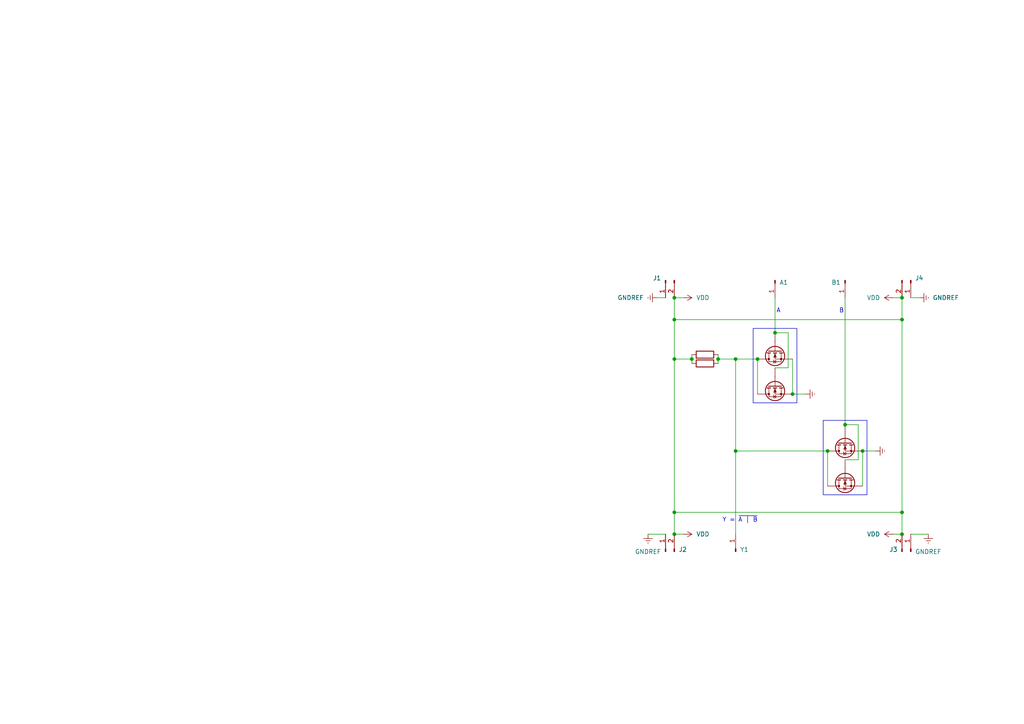
<source format=kicad_sch>
(kicad_sch
	(version 20250114)
	(generator "eeschema")
	(generator_version "9.0")
	(uuid "38b61d3a-980d-41e9-90d9-6607b9c2b652")
	(paper "A4")
	(title_block
		(title "NAND")
		(rev "1.0")
		(company "Cyborg Systems")
		(comment 1 "BlueChip")
	)
	(lib_symbols
		(symbol "2N7000_5"
			(pin_numbers
				(hide yes)
			)
			(pin_names
				(hide yes)
			)
			(exclude_from_sim no)
			(in_bom yes)
			(on_board yes)
			(property "Reference" "Q"
				(at 5.08 1.905 0)
				(effects
					(font
						(size 1.27 1.27)
					)
					(justify left)
				)
			)
			(property "Value" "2N7000"
				(at 5.08 0 0)
				(effects
					(font
						(size 1.27 1.27)
					)
					(justify left)
				)
			)
			(property "Footprint" "Package_TO_SOT_THT:TO-92_Inline"
				(at 5.08 -1.905 0)
				(effects
					(font
						(size 1.27 1.27)
						(italic yes)
					)
					(justify left)
					(hide yes)
				)
			)
			(property "Datasheet" "https://www.vishay.com/docs/70226/70226.pdf"
				(at 5.08 -3.81 0)
				(effects
					(font
						(size 1.27 1.27)
					)
					(justify left)
					(hide yes)
				)
			)
			(property "Description" "0.2A Id, 200V Vds, N-Channel MOSFET, 2.6V Logic Level, TO-92"
				(at 0 0 0)
				(effects
					(font
						(size 1.27 1.27)
					)
					(hide yes)
				)
			)
			(property "ki_keywords" "N-Channel MOSFET Logic-Level"
				(at 0 0 0)
				(effects
					(font
						(size 1.27 1.27)
					)
					(hide yes)
				)
			)
			(property "ki_fp_filters" "TO?92*"
				(at 0 0 0)
				(effects
					(font
						(size 1.27 1.27)
					)
					(hide yes)
				)
			)
			(symbol "2N7000_5_0_1"
				(polyline
					(pts
						(xy 0.254 1.905) (xy 0.254 -1.905)
					)
					(stroke
						(width 0.254)
						(type default)
					)
					(fill
						(type none)
					)
				)
				(polyline
					(pts
						(xy 0.254 0) (xy -2.54 0)
					)
					(stroke
						(width 0)
						(type default)
					)
					(fill
						(type none)
					)
				)
				(polyline
					(pts
						(xy 0.762 2.286) (xy 0.762 1.27)
					)
					(stroke
						(width 0.254)
						(type default)
					)
					(fill
						(type none)
					)
				)
				(polyline
					(pts
						(xy 0.762 0.508) (xy 0.762 -0.508)
					)
					(stroke
						(width 0.254)
						(type default)
					)
					(fill
						(type none)
					)
				)
				(polyline
					(pts
						(xy 0.762 -1.27) (xy 0.762 -2.286)
					)
					(stroke
						(width 0.254)
						(type default)
					)
					(fill
						(type none)
					)
				)
				(polyline
					(pts
						(xy 0.762 -1.778) (xy 3.302 -1.778) (xy 3.302 1.778) (xy 0.762 1.778)
					)
					(stroke
						(width 0)
						(type default)
					)
					(fill
						(type none)
					)
				)
				(polyline
					(pts
						(xy 1.016 0) (xy 2.032 0.381) (xy 2.032 -0.381) (xy 1.016 0)
					)
					(stroke
						(width 0)
						(type default)
					)
					(fill
						(type outline)
					)
				)
				(circle
					(center 1.651 0)
					(radius 2.794)
					(stroke
						(width 0.254)
						(type default)
					)
					(fill
						(type none)
					)
				)
				(polyline
					(pts
						(xy 2.54 2.54) (xy 2.54 1.778)
					)
					(stroke
						(width 0)
						(type default)
					)
					(fill
						(type none)
					)
				)
				(circle
					(center 2.54 1.778)
					(radius 0.254)
					(stroke
						(width 0)
						(type default)
					)
					(fill
						(type outline)
					)
				)
				(circle
					(center 2.54 -1.778)
					(radius 0.254)
					(stroke
						(width 0)
						(type default)
					)
					(fill
						(type outline)
					)
				)
				(polyline
					(pts
						(xy 2.54 -2.54) (xy 2.54 0) (xy 0.762 0)
					)
					(stroke
						(width 0)
						(type default)
					)
					(fill
						(type none)
					)
				)
				(polyline
					(pts
						(xy 2.794 0.508) (xy 2.921 0.381) (xy 3.683 0.381) (xy 3.81 0.254)
					)
					(stroke
						(width 0)
						(type default)
					)
					(fill
						(type none)
					)
				)
				(polyline
					(pts
						(xy 3.302 0.381) (xy 2.921 -0.254) (xy 3.683 -0.254) (xy 3.302 0.381)
					)
					(stroke
						(width 0)
						(type default)
					)
					(fill
						(type none)
					)
				)
			)
			(symbol "2N7000_5_1_1"
				(pin input line
					(at -5.08 0 0)
					(length 2.54)
					(name "G"
						(effects
							(font
								(size 1.27 1.27)
							)
						)
					)
					(number "2"
						(effects
							(font
								(size 1.27 1.27)
							)
						)
					)
				)
				(pin passive line
					(at 2.54 5.08 270)
					(length 2.54)
					(name "D"
						(effects
							(font
								(size 1.27 1.27)
							)
						)
					)
					(number "3"
						(effects
							(font
								(size 1.27 1.27)
							)
						)
					)
				)
				(pin passive line
					(at 2.54 -5.08 90)
					(length 2.54)
					(name "S"
						(effects
							(font
								(size 1.27 1.27)
							)
						)
					)
					(number "1"
						(effects
							(font
								(size 1.27 1.27)
							)
						)
					)
				)
			)
			(embedded_fonts no)
		)
		(symbol "2N7000_6"
			(pin_numbers
				(hide yes)
			)
			(pin_names
				(hide yes)
			)
			(exclude_from_sim no)
			(in_bom yes)
			(on_board yes)
			(property "Reference" "Q"
				(at 5.08 1.905 0)
				(effects
					(font
						(size 1.27 1.27)
					)
					(justify left)
				)
			)
			(property "Value" "2N7000"
				(at 5.08 0 0)
				(effects
					(font
						(size 1.27 1.27)
					)
					(justify left)
				)
			)
			(property "Footprint" "Package_TO_SOT_THT:TO-92_Inline"
				(at 5.08 -1.905 0)
				(effects
					(font
						(size 1.27 1.27)
						(italic yes)
					)
					(justify left)
					(hide yes)
				)
			)
			(property "Datasheet" "https://www.vishay.com/docs/70226/70226.pdf"
				(at 5.08 -3.81 0)
				(effects
					(font
						(size 1.27 1.27)
					)
					(justify left)
					(hide yes)
				)
			)
			(property "Description" "0.2A Id, 200V Vds, N-Channel MOSFET, 2.6V Logic Level, TO-92"
				(at 0 0 0)
				(effects
					(font
						(size 1.27 1.27)
					)
					(hide yes)
				)
			)
			(property "ki_keywords" "N-Channel MOSFET Logic-Level"
				(at 0 0 0)
				(effects
					(font
						(size 1.27 1.27)
					)
					(hide yes)
				)
			)
			(property "ki_fp_filters" "TO?92*"
				(at 0 0 0)
				(effects
					(font
						(size 1.27 1.27)
					)
					(hide yes)
				)
			)
			(symbol "2N7000_6_0_1"
				(polyline
					(pts
						(xy 0.254 1.905) (xy 0.254 -1.905)
					)
					(stroke
						(width 0.254)
						(type default)
					)
					(fill
						(type none)
					)
				)
				(polyline
					(pts
						(xy 0.254 0) (xy -2.54 0)
					)
					(stroke
						(width 0)
						(type default)
					)
					(fill
						(type none)
					)
				)
				(polyline
					(pts
						(xy 0.762 2.286) (xy 0.762 1.27)
					)
					(stroke
						(width 0.254)
						(type default)
					)
					(fill
						(type none)
					)
				)
				(polyline
					(pts
						(xy 0.762 0.508) (xy 0.762 -0.508)
					)
					(stroke
						(width 0.254)
						(type default)
					)
					(fill
						(type none)
					)
				)
				(polyline
					(pts
						(xy 0.762 -1.27) (xy 0.762 -2.286)
					)
					(stroke
						(width 0.254)
						(type default)
					)
					(fill
						(type none)
					)
				)
				(polyline
					(pts
						(xy 0.762 -1.778) (xy 3.302 -1.778) (xy 3.302 1.778) (xy 0.762 1.778)
					)
					(stroke
						(width 0)
						(type default)
					)
					(fill
						(type none)
					)
				)
				(polyline
					(pts
						(xy 1.016 0) (xy 2.032 0.381) (xy 2.032 -0.381) (xy 1.016 0)
					)
					(stroke
						(width 0)
						(type default)
					)
					(fill
						(type outline)
					)
				)
				(circle
					(center 1.651 0)
					(radius 2.794)
					(stroke
						(width 0.254)
						(type default)
					)
					(fill
						(type none)
					)
				)
				(polyline
					(pts
						(xy 2.54 2.54) (xy 2.54 1.778)
					)
					(stroke
						(width 0)
						(type default)
					)
					(fill
						(type none)
					)
				)
				(circle
					(center 2.54 1.778)
					(radius 0.254)
					(stroke
						(width 0)
						(type default)
					)
					(fill
						(type outline)
					)
				)
				(circle
					(center 2.54 -1.778)
					(radius 0.254)
					(stroke
						(width 0)
						(type default)
					)
					(fill
						(type outline)
					)
				)
				(polyline
					(pts
						(xy 2.54 -2.54) (xy 2.54 0) (xy 0.762 0)
					)
					(stroke
						(width 0)
						(type default)
					)
					(fill
						(type none)
					)
				)
				(polyline
					(pts
						(xy 2.794 0.508) (xy 2.921 0.381) (xy 3.683 0.381) (xy 3.81 0.254)
					)
					(stroke
						(width 0)
						(type default)
					)
					(fill
						(type none)
					)
				)
				(polyline
					(pts
						(xy 3.302 0.381) (xy 2.921 -0.254) (xy 3.683 -0.254) (xy 3.302 0.381)
					)
					(stroke
						(width 0)
						(type default)
					)
					(fill
						(type none)
					)
				)
			)
			(symbol "2N7000_6_1_1"
				(pin input line
					(at -5.08 0 0)
					(length 2.54)
					(name "G"
						(effects
							(font
								(size 1.27 1.27)
							)
						)
					)
					(number "2"
						(effects
							(font
								(size 1.27 1.27)
							)
						)
					)
				)
				(pin passive line
					(at 2.54 5.08 270)
					(length 2.54)
					(name "D"
						(effects
							(font
								(size 1.27 1.27)
							)
						)
					)
					(number "3"
						(effects
							(font
								(size 1.27 1.27)
							)
						)
					)
				)
				(pin passive line
					(at 2.54 -5.08 90)
					(length 2.54)
					(name "S"
						(effects
							(font
								(size 1.27 1.27)
							)
						)
					)
					(number "1"
						(effects
							(font
								(size 1.27 1.27)
							)
						)
					)
				)
			)
			(embedded_fonts no)
		)
		(symbol "2N7000_7"
			(pin_numbers
				(hide yes)
			)
			(pin_names
				(hide yes)
			)
			(exclude_from_sim no)
			(in_bom yes)
			(on_board yes)
			(property "Reference" "Q"
				(at 5.08 1.905 0)
				(effects
					(font
						(size 1.27 1.27)
					)
					(justify left)
				)
			)
			(property "Value" "2N7000"
				(at 5.08 0 0)
				(effects
					(font
						(size 1.27 1.27)
					)
					(justify left)
				)
			)
			(property "Footprint" "Package_TO_SOT_THT:TO-92_Inline"
				(at 5.08 -1.905 0)
				(effects
					(font
						(size 1.27 1.27)
						(italic yes)
					)
					(justify left)
					(hide yes)
				)
			)
			(property "Datasheet" "https://www.vishay.com/docs/70226/70226.pdf"
				(at 5.08 -3.81 0)
				(effects
					(font
						(size 1.27 1.27)
					)
					(justify left)
					(hide yes)
				)
			)
			(property "Description" "0.2A Id, 200V Vds, N-Channel MOSFET, 2.6V Logic Level, TO-92"
				(at 0 0 0)
				(effects
					(font
						(size 1.27 1.27)
					)
					(hide yes)
				)
			)
			(property "ki_keywords" "N-Channel MOSFET Logic-Level"
				(at 0 0 0)
				(effects
					(font
						(size 1.27 1.27)
					)
					(hide yes)
				)
			)
			(property "ki_fp_filters" "TO?92*"
				(at 0 0 0)
				(effects
					(font
						(size 1.27 1.27)
					)
					(hide yes)
				)
			)
			(symbol "2N7000_7_0_1"
				(polyline
					(pts
						(xy 0.254 1.905) (xy 0.254 -1.905)
					)
					(stroke
						(width 0.254)
						(type default)
					)
					(fill
						(type none)
					)
				)
				(polyline
					(pts
						(xy 0.254 0) (xy -2.54 0)
					)
					(stroke
						(width 0)
						(type default)
					)
					(fill
						(type none)
					)
				)
				(polyline
					(pts
						(xy 0.762 2.286) (xy 0.762 1.27)
					)
					(stroke
						(width 0.254)
						(type default)
					)
					(fill
						(type none)
					)
				)
				(polyline
					(pts
						(xy 0.762 0.508) (xy 0.762 -0.508)
					)
					(stroke
						(width 0.254)
						(type default)
					)
					(fill
						(type none)
					)
				)
				(polyline
					(pts
						(xy 0.762 -1.27) (xy 0.762 -2.286)
					)
					(stroke
						(width 0.254)
						(type default)
					)
					(fill
						(type none)
					)
				)
				(polyline
					(pts
						(xy 0.762 -1.778) (xy 3.302 -1.778) (xy 3.302 1.778) (xy 0.762 1.778)
					)
					(stroke
						(width 0)
						(type default)
					)
					(fill
						(type none)
					)
				)
				(polyline
					(pts
						(xy 1.016 0) (xy 2.032 0.381) (xy 2.032 -0.381) (xy 1.016 0)
					)
					(stroke
						(width 0)
						(type default)
					)
					(fill
						(type outline)
					)
				)
				(circle
					(center 1.651 0)
					(radius 2.794)
					(stroke
						(width 0.254)
						(type default)
					)
					(fill
						(type none)
					)
				)
				(polyline
					(pts
						(xy 2.54 2.54) (xy 2.54 1.778)
					)
					(stroke
						(width 0)
						(type default)
					)
					(fill
						(type none)
					)
				)
				(circle
					(center 2.54 1.778)
					(radius 0.254)
					(stroke
						(width 0)
						(type default)
					)
					(fill
						(type outline)
					)
				)
				(circle
					(center 2.54 -1.778)
					(radius 0.254)
					(stroke
						(width 0)
						(type default)
					)
					(fill
						(type outline)
					)
				)
				(polyline
					(pts
						(xy 2.54 -2.54) (xy 2.54 0) (xy 0.762 0)
					)
					(stroke
						(width 0)
						(type default)
					)
					(fill
						(type none)
					)
				)
				(polyline
					(pts
						(xy 2.794 0.508) (xy 2.921 0.381) (xy 3.683 0.381) (xy 3.81 0.254)
					)
					(stroke
						(width 0)
						(type default)
					)
					(fill
						(type none)
					)
				)
				(polyline
					(pts
						(xy 3.302 0.381) (xy 2.921 -0.254) (xy 3.683 -0.254) (xy 3.302 0.381)
					)
					(stroke
						(width 0)
						(type default)
					)
					(fill
						(type none)
					)
				)
			)
			(symbol "2N7000_7_1_1"
				(pin input line
					(at -5.08 0 0)
					(length 2.54)
					(name "G"
						(effects
							(font
								(size 1.27 1.27)
							)
						)
					)
					(number "2"
						(effects
							(font
								(size 1.27 1.27)
							)
						)
					)
				)
				(pin passive line
					(at 2.54 5.08 270)
					(length 2.54)
					(name "D"
						(effects
							(font
								(size 1.27 1.27)
							)
						)
					)
					(number "3"
						(effects
							(font
								(size 1.27 1.27)
							)
						)
					)
				)
				(pin passive line
					(at 2.54 -5.08 90)
					(length 2.54)
					(name "S"
						(effects
							(font
								(size 1.27 1.27)
							)
						)
					)
					(number "1"
						(effects
							(font
								(size 1.27 1.27)
							)
						)
					)
				)
			)
			(embedded_fonts no)
		)
		(symbol "2N7000_8"
			(pin_numbers
				(hide yes)
			)
			(pin_names
				(hide yes)
			)
			(exclude_from_sim no)
			(in_bom yes)
			(on_board yes)
			(property "Reference" "Q"
				(at 5.08 1.905 0)
				(effects
					(font
						(size 1.27 1.27)
					)
					(justify left)
				)
			)
			(property "Value" "2N7000"
				(at 5.08 0 0)
				(effects
					(font
						(size 1.27 1.27)
					)
					(justify left)
				)
			)
			(property "Footprint" "Package_TO_SOT_THT:TO-92_Inline"
				(at 5.08 -1.905 0)
				(effects
					(font
						(size 1.27 1.27)
						(italic yes)
					)
					(justify left)
					(hide yes)
				)
			)
			(property "Datasheet" "https://www.vishay.com/docs/70226/70226.pdf"
				(at 5.08 -3.81 0)
				(effects
					(font
						(size 1.27 1.27)
					)
					(justify left)
					(hide yes)
				)
			)
			(property "Description" "0.2A Id, 200V Vds, N-Channel MOSFET, 2.6V Logic Level, TO-92"
				(at 0 0 0)
				(effects
					(font
						(size 1.27 1.27)
					)
					(hide yes)
				)
			)
			(property "ki_keywords" "N-Channel MOSFET Logic-Level"
				(at 0 0 0)
				(effects
					(font
						(size 1.27 1.27)
					)
					(hide yes)
				)
			)
			(property "ki_fp_filters" "TO?92*"
				(at 0 0 0)
				(effects
					(font
						(size 1.27 1.27)
					)
					(hide yes)
				)
			)
			(symbol "2N7000_8_0_1"
				(polyline
					(pts
						(xy 0.254 1.905) (xy 0.254 -1.905)
					)
					(stroke
						(width 0.254)
						(type default)
					)
					(fill
						(type none)
					)
				)
				(polyline
					(pts
						(xy 0.254 0) (xy -2.54 0)
					)
					(stroke
						(width 0)
						(type default)
					)
					(fill
						(type none)
					)
				)
				(polyline
					(pts
						(xy 0.762 2.286) (xy 0.762 1.27)
					)
					(stroke
						(width 0.254)
						(type default)
					)
					(fill
						(type none)
					)
				)
				(polyline
					(pts
						(xy 0.762 0.508) (xy 0.762 -0.508)
					)
					(stroke
						(width 0.254)
						(type default)
					)
					(fill
						(type none)
					)
				)
				(polyline
					(pts
						(xy 0.762 -1.27) (xy 0.762 -2.286)
					)
					(stroke
						(width 0.254)
						(type default)
					)
					(fill
						(type none)
					)
				)
				(polyline
					(pts
						(xy 0.762 -1.778) (xy 3.302 -1.778) (xy 3.302 1.778) (xy 0.762 1.778)
					)
					(stroke
						(width 0)
						(type default)
					)
					(fill
						(type none)
					)
				)
				(polyline
					(pts
						(xy 1.016 0) (xy 2.032 0.381) (xy 2.032 -0.381) (xy 1.016 0)
					)
					(stroke
						(width 0)
						(type default)
					)
					(fill
						(type outline)
					)
				)
				(circle
					(center 1.651 0)
					(radius 2.794)
					(stroke
						(width 0.254)
						(type default)
					)
					(fill
						(type none)
					)
				)
				(polyline
					(pts
						(xy 2.54 2.54) (xy 2.54 1.778)
					)
					(stroke
						(width 0)
						(type default)
					)
					(fill
						(type none)
					)
				)
				(circle
					(center 2.54 1.778)
					(radius 0.254)
					(stroke
						(width 0)
						(type default)
					)
					(fill
						(type outline)
					)
				)
				(circle
					(center 2.54 -1.778)
					(radius 0.254)
					(stroke
						(width 0)
						(type default)
					)
					(fill
						(type outline)
					)
				)
				(polyline
					(pts
						(xy 2.54 -2.54) (xy 2.54 0) (xy 0.762 0)
					)
					(stroke
						(width 0)
						(type default)
					)
					(fill
						(type none)
					)
				)
				(polyline
					(pts
						(xy 2.794 0.508) (xy 2.921 0.381) (xy 3.683 0.381) (xy 3.81 0.254)
					)
					(stroke
						(width 0)
						(type default)
					)
					(fill
						(type none)
					)
				)
				(polyline
					(pts
						(xy 3.302 0.381) (xy 2.921 -0.254) (xy 3.683 -0.254) (xy 3.302 0.381)
					)
					(stroke
						(width 0)
						(type default)
					)
					(fill
						(type none)
					)
				)
			)
			(symbol "2N7000_8_1_1"
				(pin input line
					(at -5.08 0 0)
					(length 2.54)
					(name "G"
						(effects
							(font
								(size 1.27 1.27)
							)
						)
					)
					(number "2"
						(effects
							(font
								(size 1.27 1.27)
							)
						)
					)
				)
				(pin passive line
					(at 2.54 5.08 270)
					(length 2.54)
					(name "D"
						(effects
							(font
								(size 1.27 1.27)
							)
						)
					)
					(number "3"
						(effects
							(font
								(size 1.27 1.27)
							)
						)
					)
				)
				(pin passive line
					(at 2.54 -5.08 90)
					(length 2.54)
					(name "S"
						(effects
							(font
								(size 1.27 1.27)
							)
						)
					)
					(number "1"
						(effects
							(font
								(size 1.27 1.27)
							)
						)
					)
				)
			)
			(embedded_fonts no)
		)
		(symbol "Connector:Conn_01x01_Pin"
			(pin_names
				(offset 1.016)
				(hide yes)
			)
			(exclude_from_sim no)
			(in_bom yes)
			(on_board yes)
			(property "Reference" "J"
				(at 0 2.54 0)
				(effects
					(font
						(size 1.27 1.27)
					)
				)
			)
			(property "Value" "Conn_01x01_Pin"
				(at 0 -2.54 0)
				(effects
					(font
						(size 1.27 1.27)
					)
				)
			)
			(property "Footprint" ""
				(at 0 0 0)
				(effects
					(font
						(size 1.27 1.27)
					)
					(hide yes)
				)
			)
			(property "Datasheet" "~"
				(at 0 0 0)
				(effects
					(font
						(size 1.27 1.27)
					)
					(hide yes)
				)
			)
			(property "Description" "Generic connector, single row, 01x01, script generated"
				(at 0 0 0)
				(effects
					(font
						(size 1.27 1.27)
					)
					(hide yes)
				)
			)
			(property "ki_locked" ""
				(at 0 0 0)
				(effects
					(font
						(size 1.27 1.27)
					)
				)
			)
			(property "ki_keywords" "connector"
				(at 0 0 0)
				(effects
					(font
						(size 1.27 1.27)
					)
					(hide yes)
				)
			)
			(property "ki_fp_filters" "Connector*:*_1x??_*"
				(at 0 0 0)
				(effects
					(font
						(size 1.27 1.27)
					)
					(hide yes)
				)
			)
			(symbol "Conn_01x01_Pin_1_1"
				(rectangle
					(start 0.8636 0.127)
					(end 0 -0.127)
					(stroke
						(width 0.1524)
						(type default)
					)
					(fill
						(type outline)
					)
				)
				(polyline
					(pts
						(xy 1.27 0) (xy 0.8636 0)
					)
					(stroke
						(width 0.1524)
						(type default)
					)
					(fill
						(type none)
					)
				)
				(pin passive line
					(at 5.08 0 180)
					(length 3.81)
					(name "Pin_1"
						(effects
							(font
								(size 1.27 1.27)
							)
						)
					)
					(number "1"
						(effects
							(font
								(size 1.27 1.27)
							)
						)
					)
				)
			)
			(embedded_fonts no)
		)
		(symbol "Connector:Conn_01x02_Pin"
			(pin_names
				(offset 1.016)
				(hide yes)
			)
			(exclude_from_sim no)
			(in_bom yes)
			(on_board yes)
			(property "Reference" "J"
				(at 0 2.54 0)
				(effects
					(font
						(size 1.27 1.27)
					)
				)
			)
			(property "Value" "Conn_01x02_Pin"
				(at 0 -5.08 0)
				(effects
					(font
						(size 1.27 1.27)
					)
				)
			)
			(property "Footprint" ""
				(at 0 0 0)
				(effects
					(font
						(size 1.27 1.27)
					)
					(hide yes)
				)
			)
			(property "Datasheet" "~"
				(at 0 0 0)
				(effects
					(font
						(size 1.27 1.27)
					)
					(hide yes)
				)
			)
			(property "Description" "Generic connector, single row, 01x02, script generated"
				(at 0 0 0)
				(effects
					(font
						(size 1.27 1.27)
					)
					(hide yes)
				)
			)
			(property "ki_locked" ""
				(at 0 0 0)
				(effects
					(font
						(size 1.27 1.27)
					)
				)
			)
			(property "ki_keywords" "connector"
				(at 0 0 0)
				(effects
					(font
						(size 1.27 1.27)
					)
					(hide yes)
				)
			)
			(property "ki_fp_filters" "Connector*:*_1x??_*"
				(at 0 0 0)
				(effects
					(font
						(size 1.27 1.27)
					)
					(hide yes)
				)
			)
			(symbol "Conn_01x02_Pin_1_1"
				(rectangle
					(start 0.8636 0.127)
					(end 0 -0.127)
					(stroke
						(width 0.1524)
						(type default)
					)
					(fill
						(type outline)
					)
				)
				(rectangle
					(start 0.8636 -2.413)
					(end 0 -2.667)
					(stroke
						(width 0.1524)
						(type default)
					)
					(fill
						(type outline)
					)
				)
				(polyline
					(pts
						(xy 1.27 0) (xy 0.8636 0)
					)
					(stroke
						(width 0.1524)
						(type default)
					)
					(fill
						(type none)
					)
				)
				(polyline
					(pts
						(xy 1.27 -2.54) (xy 0.8636 -2.54)
					)
					(stroke
						(width 0.1524)
						(type default)
					)
					(fill
						(type none)
					)
				)
				(pin passive line
					(at 5.08 0 180)
					(length 3.81)
					(name "Pin_1"
						(effects
							(font
								(size 1.27 1.27)
							)
						)
					)
					(number "1"
						(effects
							(font
								(size 1.27 1.27)
							)
						)
					)
				)
				(pin passive line
					(at 5.08 -2.54 180)
					(length 3.81)
					(name "Pin_2"
						(effects
							(font
								(size 1.27 1.27)
							)
						)
					)
					(number "2"
						(effects
							(font
								(size 1.27 1.27)
							)
						)
					)
				)
			)
			(embedded_fonts no)
		)
		(symbol "Device:R"
			(pin_numbers
				(hide yes)
			)
			(pin_names
				(offset 0)
			)
			(exclude_from_sim no)
			(in_bom yes)
			(on_board yes)
			(property "Reference" "R"
				(at 2.032 0 90)
				(effects
					(font
						(size 1.27 1.27)
					)
				)
			)
			(property "Value" "R"
				(at 0 0 90)
				(effects
					(font
						(size 1.27 1.27)
					)
				)
			)
			(property "Footprint" ""
				(at -1.778 0 90)
				(effects
					(font
						(size 1.27 1.27)
					)
					(hide yes)
				)
			)
			(property "Datasheet" "~"
				(at 0 0 0)
				(effects
					(font
						(size 1.27 1.27)
					)
					(hide yes)
				)
			)
			(property "Description" "Resistor"
				(at 0 0 0)
				(effects
					(font
						(size 1.27 1.27)
					)
					(hide yes)
				)
			)
			(property "ki_keywords" "R res resistor"
				(at 0 0 0)
				(effects
					(font
						(size 1.27 1.27)
					)
					(hide yes)
				)
			)
			(property "ki_fp_filters" "R_*"
				(at 0 0 0)
				(effects
					(font
						(size 1.27 1.27)
					)
					(hide yes)
				)
			)
			(symbol "R_0_1"
				(rectangle
					(start -1.016 -2.54)
					(end 1.016 2.54)
					(stroke
						(width 0.254)
						(type default)
					)
					(fill
						(type none)
					)
				)
			)
			(symbol "R_1_1"
				(pin passive line
					(at 0 3.81 270)
					(length 1.27)
					(name "~"
						(effects
							(font
								(size 1.27 1.27)
							)
						)
					)
					(number "1"
						(effects
							(font
								(size 1.27 1.27)
							)
						)
					)
				)
				(pin passive line
					(at 0 -3.81 90)
					(length 1.27)
					(name "~"
						(effects
							(font
								(size 1.27 1.27)
							)
						)
					)
					(number "2"
						(effects
							(font
								(size 1.27 1.27)
							)
						)
					)
				)
			)
			(embedded_fonts no)
		)
		(symbol "power:GNDREF"
			(power)
			(pin_numbers
				(hide yes)
			)
			(pin_names
				(offset 0)
				(hide yes)
			)
			(exclude_from_sim no)
			(in_bom yes)
			(on_board yes)
			(property "Reference" "#PWR"
				(at 0 -6.35 0)
				(effects
					(font
						(size 1.27 1.27)
					)
					(hide yes)
				)
			)
			(property "Value" "GNDREF"
				(at 0 -3.81 0)
				(effects
					(font
						(size 1.27 1.27)
					)
				)
			)
			(property "Footprint" ""
				(at 0 0 0)
				(effects
					(font
						(size 1.27 1.27)
					)
					(hide yes)
				)
			)
			(property "Datasheet" ""
				(at 0 0 0)
				(effects
					(font
						(size 1.27 1.27)
					)
					(hide yes)
				)
			)
			(property "Description" "Power symbol creates a global label with name \"GNDREF\" , reference supply ground"
				(at 0 0 0)
				(effects
					(font
						(size 1.27 1.27)
					)
					(hide yes)
				)
			)
			(property "ki_keywords" "global power"
				(at 0 0 0)
				(effects
					(font
						(size 1.27 1.27)
					)
					(hide yes)
				)
			)
			(symbol "GNDREF_0_1"
				(polyline
					(pts
						(xy -0.635 -1.905) (xy 0.635 -1.905)
					)
					(stroke
						(width 0)
						(type default)
					)
					(fill
						(type none)
					)
				)
				(polyline
					(pts
						(xy -0.127 -2.54) (xy 0.127 -2.54)
					)
					(stroke
						(width 0)
						(type default)
					)
					(fill
						(type none)
					)
				)
				(polyline
					(pts
						(xy 0 -1.27) (xy 0 0)
					)
					(stroke
						(width 0)
						(type default)
					)
					(fill
						(type none)
					)
				)
				(polyline
					(pts
						(xy 1.27 -1.27) (xy -1.27 -1.27)
					)
					(stroke
						(width 0)
						(type default)
					)
					(fill
						(type none)
					)
				)
			)
			(symbol "GNDREF_1_1"
				(pin power_in line
					(at 0 0 270)
					(length 0)
					(name "~"
						(effects
							(font
								(size 1.27 1.27)
							)
						)
					)
					(number "1"
						(effects
							(font
								(size 1.27 1.27)
							)
						)
					)
				)
			)
			(embedded_fonts no)
		)
		(symbol "power:VDD"
			(power)
			(pin_numbers
				(hide yes)
			)
			(pin_names
				(offset 0)
				(hide yes)
			)
			(exclude_from_sim no)
			(in_bom yes)
			(on_board yes)
			(property "Reference" "#PWR"
				(at 0 -3.81 0)
				(effects
					(font
						(size 1.27 1.27)
					)
					(hide yes)
				)
			)
			(property "Value" "VDD"
				(at 0 3.556 0)
				(effects
					(font
						(size 1.27 1.27)
					)
				)
			)
			(property "Footprint" ""
				(at 0 0 0)
				(effects
					(font
						(size 1.27 1.27)
					)
					(hide yes)
				)
			)
			(property "Datasheet" ""
				(at 0 0 0)
				(effects
					(font
						(size 1.27 1.27)
					)
					(hide yes)
				)
			)
			(property "Description" "Power symbol creates a global label with name \"VDD\""
				(at 0 0 0)
				(effects
					(font
						(size 1.27 1.27)
					)
					(hide yes)
				)
			)
			(property "ki_keywords" "global power"
				(at 0 0 0)
				(effects
					(font
						(size 1.27 1.27)
					)
					(hide yes)
				)
			)
			(symbol "VDD_0_1"
				(polyline
					(pts
						(xy -0.762 1.27) (xy 0 2.54)
					)
					(stroke
						(width 0)
						(type default)
					)
					(fill
						(type none)
					)
				)
				(polyline
					(pts
						(xy 0 2.54) (xy 0.762 1.27)
					)
					(stroke
						(width 0)
						(type default)
					)
					(fill
						(type none)
					)
				)
				(polyline
					(pts
						(xy 0 0) (xy 0 2.54)
					)
					(stroke
						(width 0)
						(type default)
					)
					(fill
						(type none)
					)
				)
			)
			(symbol "VDD_1_1"
				(pin power_in line
					(at 0 0 90)
					(length 0)
					(name "~"
						(effects
							(font
								(size 1.27 1.27)
							)
						)
					)
					(number "1"
						(effects
							(font
								(size 1.27 1.27)
							)
						)
					)
				)
			)
			(embedded_fonts no)
		)
	)
	(rectangle
		(start 218.44 95.25)
		(end 231.14 116.84)
		(stroke
			(width 0)
			(type default)
		)
		(fill
			(type none)
		)
		(uuid 498f5288-4282-46f4-83d2-c9c644a6f1bf)
	)
	(rectangle
		(start 238.76 121.92)
		(end 251.46 143.51)
		(stroke
			(width 0)
			(type default)
		)
		(fill
			(type none)
		)
		(uuid 91cb3159-b3e9-4852-b091-d70162fdf7f7)
	)
	(text "Y = ~{A | B}"
		(exclude_from_sim no)
		(at 214.63 150.876 0)
		(effects
			(font
				(size 1.27 1.27)
			)
		)
		(uuid "9d215df9-bd44-4112-9990-47d3bd92ef8a")
	)
	(text "A"
		(exclude_from_sim no)
		(at 225.806 90.17 0)
		(effects
			(font
				(size 1.27 1.27)
			)
		)
		(uuid "a4616ef1-eb33-4252-bca3-2f7ec1b2df3b")
	)
	(text "B"
		(exclude_from_sim no)
		(at 244.094 90.17 0)
		(effects
			(font
				(size 1.27 1.27)
			)
		)
		(uuid "efda905a-d636-4224-b94a-21ab9621bfcf")
	)
	(junction
		(at 195.58 92.71)
		(diameter 0)
		(color 0 0 0 0)
		(uuid "0405f0ff-b87a-4b66-bac5-aca330368be7")
	)
	(junction
		(at 195.58 148.59)
		(diameter 0)
		(color 0 0 0 0)
		(uuid "06b852ea-8d38-49c2-9664-e4b063ac1741")
	)
	(junction
		(at 195.58 86.36)
		(diameter 0)
		(color 0 0 0 0)
		(uuid "125e6b5e-084c-4575-af11-5bd7f7016d63")
	)
	(junction
		(at 250.19 130.81)
		(diameter 0)
		(color 0 0 0 0)
		(uuid "1420cbf9-0908-458f-b27a-bc11df9b7efc")
	)
	(junction
		(at 200.66 104.14)
		(diameter 0)
		(color 0 0 0 0)
		(uuid "24d1f6b5-591c-4cd4-8e2a-8af5784889fd")
	)
	(junction
		(at 208.28 104.14)
		(diameter 0)
		(color 0 0 0 0)
		(uuid "2796aac5-d613-4c9e-becc-c209be3d61ea")
	)
	(junction
		(at 229.87 114.3)
		(diameter 0)
		(color 0 0 0 0)
		(uuid "2a5598ce-aa54-4d8c-9d20-d60daabecf24")
	)
	(junction
		(at 213.36 130.81)
		(diameter 0)
		(color 0 0 0 0)
		(uuid "2f643461-068b-4fda-956d-1a3d187fc5f6")
	)
	(junction
		(at 240.03 130.81)
		(diameter 0)
		(color 0 0 0 0)
		(uuid "31add558-0d0e-40c3-a4a0-db44432a330a")
	)
	(junction
		(at 224.79 96.52)
		(diameter 0)
		(color 0 0 0 0)
		(uuid "39a66b68-6852-407a-a0b3-14b727280d98")
	)
	(junction
		(at 261.62 92.71)
		(diameter 0)
		(color 0 0 0 0)
		(uuid "40e6f5c3-fb50-4b26-8018-67f868d1f3fd")
	)
	(junction
		(at 195.58 154.94)
		(diameter 0)
		(color 0 0 0 0)
		(uuid "52177953-ce5d-405a-804e-a5ff78be53c6")
	)
	(junction
		(at 261.62 148.59)
		(diameter 0)
		(color 0 0 0 0)
		(uuid "75f67fc5-d4b5-4677-8478-7c8174de07d0")
	)
	(junction
		(at 219.71 104.14)
		(diameter 0)
		(color 0 0 0 0)
		(uuid "76ab2393-64c0-48b0-b124-d340021edb1c")
	)
	(junction
		(at 195.58 104.14)
		(diameter 0)
		(color 0 0 0 0)
		(uuid "7d4ef315-d489-4151-a6bb-df90528855bc")
	)
	(junction
		(at 261.62 154.94)
		(diameter 0)
		(color 0 0 0 0)
		(uuid "7e849bba-b303-4fbb-8327-86ac59e800b9")
	)
	(junction
		(at 213.36 104.14)
		(diameter 0)
		(color 0 0 0 0)
		(uuid "830424e5-063d-48b6-b0e4-055e68ef66e3")
	)
	(junction
		(at 261.62 86.36)
		(diameter 0)
		(color 0 0 0 0)
		(uuid "bfce5cd7-2f54-452a-a8c3-278c0967d35a")
	)
	(junction
		(at 245.11 123.19)
		(diameter 0)
		(color 0 0 0 0)
		(uuid "dd531789-bb41-44f5-9db6-a2a22e37ebfc")
	)
	(wire
		(pts
			(xy 208.28 104.14) (xy 213.36 104.14)
		)
		(stroke
			(width 0)
			(type default)
		)
		(uuid "0d875061-b4a1-4554-8ae2-b5716420c751")
	)
	(wire
		(pts
			(xy 219.71 104.14) (xy 219.71 114.3)
		)
		(stroke
			(width 0)
			(type default)
		)
		(uuid "0f94888b-5c9f-4c87-9daf-b588b4b22d6b")
	)
	(wire
		(pts
			(xy 229.87 114.3) (xy 233.68 114.3)
		)
		(stroke
			(width 0)
			(type default)
		)
		(uuid "1400a34c-5a11-42cb-80a1-8130e9a361f9")
	)
	(wire
		(pts
			(xy 259.08 86.36) (xy 261.62 86.36)
		)
		(stroke
			(width 0)
			(type default)
		)
		(uuid "1db40c3d-92cd-4f13-a9d1-a66c0079117e")
	)
	(wire
		(pts
			(xy 250.19 130.81) (xy 250.19 140.97)
		)
		(stroke
			(width 0)
			(type default)
		)
		(uuid "1df0e538-f565-4929-af9a-ec8a6e8772b4")
	)
	(wire
		(pts
			(xy 266.7 86.36) (xy 264.16 86.36)
		)
		(stroke
			(width 0)
			(type default)
		)
		(uuid "24d46502-f0a4-4fa4-8839-8eab6899982e")
	)
	(wire
		(pts
			(xy 213.36 104.14) (xy 213.36 130.81)
		)
		(stroke
			(width 0)
			(type default)
		)
		(uuid "2fd787a0-8aa5-4e5d-a1e6-d6d04116403c")
	)
	(wire
		(pts
			(xy 259.08 154.94) (xy 261.62 154.94)
		)
		(stroke
			(width 0)
			(type default)
		)
		(uuid "37da6236-3d59-435e-9841-d8c7e554bb41")
	)
	(wire
		(pts
			(xy 195.58 154.94) (xy 195.58 148.59)
		)
		(stroke
			(width 0)
			(type default)
		)
		(uuid "3c9fe370-0786-4e07-a999-5c095f597cc7")
	)
	(wire
		(pts
			(xy 198.12 86.36) (xy 195.58 86.36)
		)
		(stroke
			(width 0)
			(type default)
		)
		(uuid "41fc1afa-06cd-4995-a357-797b778da37d")
	)
	(wire
		(pts
			(xy 200.66 102.87) (xy 200.66 104.14)
		)
		(stroke
			(width 0)
			(type default)
		)
		(uuid "4284d28e-924f-43c3-b48a-e905c5303c05")
	)
	(wire
		(pts
			(xy 261.62 86.36) (xy 261.62 92.71)
		)
		(stroke
			(width 0)
			(type default)
		)
		(uuid "4be4f846-77d6-4ee9-8d23-b70dfdc3340e")
	)
	(wire
		(pts
			(xy 228.6 106.68) (xy 228.6 96.52)
		)
		(stroke
			(width 0)
			(type default)
		)
		(uuid "561f0286-63ab-4088-92b6-f1160743f2cb")
	)
	(wire
		(pts
			(xy 213.36 130.81) (xy 240.03 130.81)
		)
		(stroke
			(width 0)
			(type default)
		)
		(uuid "59307baf-e3b9-4f9c-aac3-c56778150b32")
	)
	(wire
		(pts
			(xy 269.24 154.94) (xy 264.16 154.94)
		)
		(stroke
			(width 0)
			(type default)
		)
		(uuid "5fc12dac-8e34-494b-89c0-e5124df1d2e8")
	)
	(wire
		(pts
			(xy 195.58 92.71) (xy 261.62 92.71)
		)
		(stroke
			(width 0)
			(type default)
		)
		(uuid "610faac7-32f9-4e10-95f8-cc62f7f252b7")
	)
	(wire
		(pts
			(xy 245.11 123.19) (xy 248.92 123.19)
		)
		(stroke
			(width 0)
			(type default)
		)
		(uuid "63c01412-c6a2-40d7-85bd-087e4d2f4e7d")
	)
	(wire
		(pts
			(xy 195.58 92.71) (xy 195.58 104.14)
		)
		(stroke
			(width 0)
			(type default)
		)
		(uuid "65a4366e-e545-41ef-a061-6b63feda31d3")
	)
	(wire
		(pts
			(xy 213.36 104.14) (xy 219.71 104.14)
		)
		(stroke
			(width 0)
			(type default)
		)
		(uuid "75c89577-bfa3-48ab-9eb5-e4caa9967635")
	)
	(wire
		(pts
			(xy 224.79 106.68) (xy 228.6 106.68)
		)
		(stroke
			(width 0)
			(type default)
		)
		(uuid "7d10330b-9950-4b87-b688-e559b62b9650")
	)
	(wire
		(pts
			(xy 195.58 148.59) (xy 261.62 148.59)
		)
		(stroke
			(width 0)
			(type default)
		)
		(uuid "83309776-ecf0-490b-b1fc-6b1b6667d420")
	)
	(wire
		(pts
			(xy 229.87 104.14) (xy 229.87 114.3)
		)
		(stroke
			(width 0)
			(type default)
		)
		(uuid "9005adbc-0aa2-4252-8566-c892bdb4dc90")
	)
	(wire
		(pts
			(xy 224.79 96.52) (xy 228.6 96.52)
		)
		(stroke
			(width 0)
			(type default)
		)
		(uuid "90347ac8-74bd-4841-890b-36af7bf8c54a")
	)
	(wire
		(pts
			(xy 245.11 86.36) (xy 245.11 123.19)
		)
		(stroke
			(width 0)
			(type default)
		)
		(uuid "92c35b86-0f9a-4126-a86c-fbadb73204d3")
	)
	(wire
		(pts
			(xy 240.03 130.81) (xy 240.03 140.97)
		)
		(stroke
			(width 0)
			(type default)
		)
		(uuid "93755cb3-855d-4010-b545-b119db2812b0")
	)
	(wire
		(pts
			(xy 224.79 86.36) (xy 224.79 96.52)
		)
		(stroke
			(width 0)
			(type default)
		)
		(uuid "99942e85-aabd-4c02-b5b5-c0995a6da239")
	)
	(wire
		(pts
			(xy 200.66 104.14) (xy 200.66 105.41)
		)
		(stroke
			(width 0)
			(type default)
		)
		(uuid "a1fbed5e-09a5-45d6-a273-5ed9c925a3ba")
	)
	(wire
		(pts
			(xy 208.28 102.87) (xy 208.28 104.14)
		)
		(stroke
			(width 0)
			(type default)
		)
		(uuid "a54fdbb7-ab6b-4b2f-97df-67e1fb44a670")
	)
	(wire
		(pts
			(xy 195.58 104.14) (xy 200.66 104.14)
		)
		(stroke
			(width 0)
			(type default)
		)
		(uuid "a709f9b2-116f-4976-8e1b-37b64c5d77a9")
	)
	(wire
		(pts
			(xy 213.36 130.81) (xy 213.36 154.94)
		)
		(stroke
			(width 0)
			(type default)
		)
		(uuid "c1fbcf2c-5559-4851-905b-fe1e22ed4e45")
	)
	(wire
		(pts
			(xy 261.62 148.59) (xy 261.62 154.94)
		)
		(stroke
			(width 0)
			(type default)
		)
		(uuid "c580cfd5-794f-4ad5-a5ad-95471a4446e9")
	)
	(wire
		(pts
			(xy 190.5 86.36) (xy 193.04 86.36)
		)
		(stroke
			(width 0)
			(type default)
		)
		(uuid "c75db0dc-37ef-49ac-8341-1817c705072c")
	)
	(wire
		(pts
			(xy 248.92 133.35) (xy 248.92 123.19)
		)
		(stroke
			(width 0)
			(type default)
		)
		(uuid "cf9e1341-17c8-4ea5-9ee0-fe746d1e111a")
	)
	(wire
		(pts
			(xy 198.12 154.94) (xy 195.58 154.94)
		)
		(stroke
			(width 0)
			(type default)
		)
		(uuid "d8712be2-030a-4f58-9630-02806c1ce664")
	)
	(wire
		(pts
			(xy 208.28 104.14) (xy 208.28 105.41)
		)
		(stroke
			(width 0)
			(type default)
		)
		(uuid "e08681b4-d153-406f-87e0-b5d0819e300d")
	)
	(wire
		(pts
			(xy 187.96 154.94) (xy 193.04 154.94)
		)
		(stroke
			(width 0)
			(type default)
		)
		(uuid "e8403dcf-d6a3-49e9-b63b-1a09c991c3eb")
	)
	(wire
		(pts
			(xy 245.11 133.35) (xy 248.92 133.35)
		)
		(stroke
			(width 0)
			(type default)
		)
		(uuid "e91bbb04-cd14-4564-8abe-d06ce04866b4")
	)
	(wire
		(pts
			(xy 261.62 92.71) (xy 261.62 148.59)
		)
		(stroke
			(width 0)
			(type default)
		)
		(uuid "ea64b269-921f-4a70-916a-65a1994e39ab")
	)
	(wire
		(pts
			(xy 195.58 86.36) (xy 195.58 92.71)
		)
		(stroke
			(width 0)
			(type default)
		)
		(uuid "f0b930cb-78b1-484e-8ae5-0506258508e8")
	)
	(wire
		(pts
			(xy 195.58 104.14) (xy 195.58 148.59)
		)
		(stroke
			(width 0)
			(type default)
		)
		(uuid "f6924519-9edd-4a53-a1fc-44e876cdd6fe")
	)
	(wire
		(pts
			(xy 250.19 130.81) (xy 254 130.81)
		)
		(stroke
			(width 0)
			(type default)
		)
		(uuid "fc32f065-9213-4326-a150-37aeb5a37442")
	)
	(symbol
		(lib_id "power:GNDREF")
		(at 266.7 86.36 90)
		(mirror x)
		(unit 1)
		(exclude_from_sim no)
		(in_bom yes)
		(on_board yes)
		(dnp no)
		(fields_autoplaced yes)
		(uuid "0d166b29-f18f-457c-9762-a6f4af2fc0f6")
		(property "Reference" "#PWR05"
			(at 273.05 86.36 0)
			(effects
				(font
					(size 1.27 1.27)
				)
				(hide yes)
			)
		)
		(property "Value" "GNDREF"
			(at 270.51 86.3599 90)
			(effects
				(font
					(size 1.27 1.27)
				)
				(justify right)
			)
		)
		(property "Footprint" ""
			(at 266.7 86.36 0)
			(effects
				(font
					(size 1.27 1.27)
				)
				(hide yes)
			)
		)
		(property "Datasheet" ""
			(at 266.7 86.36 0)
			(effects
				(font
					(size 1.27 1.27)
				)
				(hide yes)
			)
		)
		(property "Description" "Power symbol creates a global label with name \"GNDREF\" , reference supply ground"
			(at 266.7 86.36 0)
			(effects
				(font
					(size 1.27 1.27)
				)
				(hide yes)
			)
		)
		(pin "1"
			(uuid "0a573a52-75ff-4213-aa49-520d90586718")
		)
		(instances
			(project "XOR_LED"
				(path "/38b61d3a-980d-41e9-90d9-6607b9c2b652"
					(reference "#PWR05")
					(unit 1)
				)
			)
		)
	)
	(symbol
		(lib_id "Device:R")
		(at 204.47 102.87 90)
		(unit 1)
		(exclude_from_sim no)
		(in_bom yes)
		(on_board yes)
		(dnp no)
		(fields_autoplaced yes)
		(uuid "12ad597e-e7b9-49a7-a0b1-733c83f5a452")
		(property "Reference" "R5"
			(at 203.1999 100.33 0)
			(effects
				(font
					(size 1.27 1.27)
				)
				(justify left)
				(hide yes)
			)
		)
		(property "Value" "R"
			(at 205.7399 100.33 0)
			(effects
				(font
					(size 1.27 1.27)
				)
				(justify left)
				(hide yes)
			)
		)
		(property "Footprint" "Resistor_THT:R_Axial_DIN0207_L6.3mm_D2.5mm_P10.16mm_Horizontal"
			(at 204.47 104.648 90)
			(effects
				(font
					(size 1.27 1.27)
				)
				(hide yes)
			)
		)
		(property "Datasheet" "~"
			(at 204.47 102.87 0)
			(effects
				(font
					(size 1.27 1.27)
				)
				(hide yes)
			)
		)
		(property "Description" "Resistor"
			(at 204.47 102.87 0)
			(effects
				(font
					(size 1.27 1.27)
				)
				(hide yes)
			)
		)
		(pin "1"
			(uuid "30ce2ac5-0f10-4d49-a65b-1624f0da4039")
		)
		(pin "2"
			(uuid "e030266b-188b-4b80-91f1-1710e9115fe9")
		)
		(instances
			(project "XOR_LED"
				(path "/38b61d3a-980d-41e9-90d9-6607b9c2b652"
					(reference "R5")
					(unit 1)
				)
			)
		)
	)
	(symbol
		(lib_id "power:GNDREF")
		(at 187.96 154.94 0)
		(mirror y)
		(unit 1)
		(exclude_from_sim no)
		(in_bom yes)
		(on_board yes)
		(dnp no)
		(uuid "1d08a1a4-afdf-4434-909a-d297ac79d659")
		(property "Reference" "#PWR03"
			(at 187.96 161.29 0)
			(effects
				(font
					(size 1.27 1.27)
				)
				(hide yes)
			)
		)
		(property "Value" "GNDREF"
			(at 187.96 160.02 0)
			(effects
				(font
					(size 1.27 1.27)
				)
			)
		)
		(property "Footprint" ""
			(at 187.96 154.94 0)
			(effects
				(font
					(size 1.27 1.27)
				)
				(hide yes)
			)
		)
		(property "Datasheet" ""
			(at 187.96 154.94 0)
			(effects
				(font
					(size 1.27 1.27)
				)
				(hide yes)
			)
		)
		(property "Description" "Power symbol creates a global label with name \"GNDREF\" , reference supply ground"
			(at 187.96 154.94 0)
			(effects
				(font
					(size 1.27 1.27)
				)
				(hide yes)
			)
		)
		(pin "1"
			(uuid "bea31384-466d-4972-9431-1347b09a9156")
		)
		(instances
			(project "XOR_LED"
				(path "/38b61d3a-980d-41e9-90d9-6607b9c2b652"
					(reference "#PWR03")
					(unit 1)
				)
			)
		)
	)
	(symbol
		(lib_id "power:VDD")
		(at 259.08 154.94 90)
		(mirror x)
		(unit 1)
		(exclude_from_sim no)
		(in_bom yes)
		(on_board yes)
		(dnp no)
		(uuid "27361628-b1ba-47a9-9281-d8b88577f2e7")
		(property "Reference" "#PWR010"
			(at 262.89 154.94 0)
			(effects
				(font
					(size 1.27 1.27)
				)
				(hide yes)
			)
		)
		(property "Value" "VDD"
			(at 255.27 154.9399 90)
			(effects
				(font
					(size 1.27 1.27)
				)
				(justify left)
			)
		)
		(property "Footprint" ""
			(at 259.08 154.94 0)
			(effects
				(font
					(size 1.27 1.27)
				)
				(hide yes)
			)
		)
		(property "Datasheet" ""
			(at 259.08 154.94 0)
			(effects
				(font
					(size 1.27 1.27)
				)
				(hide yes)
			)
		)
		(property "Description" "Power symbol creates a global label with name \"VDD\""
			(at 259.08 154.94 0)
			(effects
				(font
					(size 1.27 1.27)
				)
				(hide yes)
			)
		)
		(pin "1"
			(uuid "1eb9f015-2cf6-47a8-b40c-ee1668e0938a")
		)
		(instances
			(project "NAND"
				(path "/38b61d3a-980d-41e9-90d9-6607b9c2b652"
					(reference "#PWR010")
					(unit 1)
				)
			)
		)
	)
	(symbol
		(lib_id "power:VDD")
		(at 198.12 154.94 270)
		(unit 1)
		(exclude_from_sim no)
		(in_bom yes)
		(on_board yes)
		(dnp no)
		(uuid "2ab4b021-a9fb-458a-8d9c-9874efd43df5")
		(property "Reference" "#PWR06"
			(at 194.31 154.94 0)
			(effects
				(font
					(size 1.27 1.27)
				)
				(hide yes)
			)
		)
		(property "Value" "VDD"
			(at 201.93 154.9399 90)
			(effects
				(font
					(size 1.27 1.27)
				)
				(justify left)
			)
		)
		(property "Footprint" ""
			(at 198.12 154.94 0)
			(effects
				(font
					(size 1.27 1.27)
				)
				(hide yes)
			)
		)
		(property "Datasheet" ""
			(at 198.12 154.94 0)
			(effects
				(font
					(size 1.27 1.27)
				)
				(hide yes)
			)
		)
		(property "Description" "Power symbol creates a global label with name \"VDD\""
			(at 198.12 154.94 0)
			(effects
				(font
					(size 1.27 1.27)
				)
				(hide yes)
			)
		)
		(pin "1"
			(uuid "ee3f49c3-e918-4b46-870c-0083221cc4b7")
		)
		(instances
			(project "NAND"
				(path "/38b61d3a-980d-41e9-90d9-6607b9c2b652"
					(reference "#PWR06")
					(unit 1)
				)
			)
		)
	)
	(symbol
		(lib_id "power:GNDREF")
		(at 233.68 114.3 90)
		(unit 1)
		(exclude_from_sim no)
		(in_bom yes)
		(on_board yes)
		(dnp no)
		(fields_autoplaced yes)
		(uuid "47325526-97b0-4299-8c99-ccdbb5ac298a")
		(property "Reference" "#PWR025"
			(at 240.03 114.3 0)
			(effects
				(font
					(size 1.27 1.27)
				)
				(hide yes)
			)
		)
		(property "Value" "GNDREF"
			(at 238.76 114.3 0)
			(effects
				(font
					(size 1.27 1.27)
				)
				(hide yes)
			)
		)
		(property "Footprint" ""
			(at 233.68 114.3 0)
			(effects
				(font
					(size 1.27 1.27)
				)
				(hide yes)
			)
		)
		(property "Datasheet" ""
			(at 233.68 114.3 0)
			(effects
				(font
					(size 1.27 1.27)
				)
				(hide yes)
			)
		)
		(property "Description" "Power symbol creates a global label with name \"GNDREF\" , reference supply ground"
			(at 233.68 114.3 0)
			(effects
				(font
					(size 1.27 1.27)
				)
				(hide yes)
			)
		)
		(pin "1"
			(uuid "622cf316-a7d0-47aa-9dd4-4a9da4761e78")
		)
		(instances
			(project "NOR"
				(path "/38b61d3a-980d-41e9-90d9-6607b9c2b652"
					(reference "#PWR025")
					(unit 1)
				)
			)
		)
	)
	(symbol
		(lib_id "Connector:Conn_01x02_Pin")
		(at 264.16 160.02 270)
		(mirror x)
		(unit 1)
		(exclude_from_sim no)
		(in_bom yes)
		(on_board yes)
		(dnp no)
		(fields_autoplaced yes)
		(uuid "5fe689e1-59e4-4723-bca5-209462cc518d")
		(property "Reference" "J3"
			(at 260.35 159.3849 90)
			(effects
				(font
					(size 1.27 1.27)
				)
				(justify right)
			)
		)
		(property "Value" "Conn_01x02_Pin"
			(at 265.43 158.1151 90)
			(effects
				(font
					(size 1.27 1.27)
				)
				(justify left)
				(hide yes)
			)
		)
		(property "Footprint" "Connector_PinSocket_2.54mm:PinSocket_1x02_P2.54mm_Vertical"
			(at 264.16 160.02 0)
			(effects
				(font
					(size 1.27 1.27)
				)
				(hide yes)
			)
		)
		(property "Datasheet" "~"
			(at 264.16 160.02 0)
			(effects
				(font
					(size 1.27 1.27)
				)
				(hide yes)
			)
		)
		(property "Description" "Generic connector, single row, 01x02, script generated"
			(at 264.16 160.02 0)
			(effects
				(font
					(size 1.27 1.27)
				)
				(hide yes)
			)
		)
		(pin "2"
			(uuid "c2ca9be7-d468-487b-bb39-05048d05da43")
		)
		(pin "1"
			(uuid "3b2dfa27-cf4d-4c6a-a10b-4b4d596fa45f")
		)
		(instances
			(project "XOR_LED"
				(path "/38b61d3a-980d-41e9-90d9-6607b9c2b652"
					(reference "J3")
					(unit 1)
				)
			)
		)
	)
	(symbol
		(lib_id "Device:R")
		(at 204.47 105.41 90)
		(unit 1)
		(exclude_from_sim no)
		(in_bom yes)
		(on_board yes)
		(dnp no)
		(fields_autoplaced yes)
		(uuid "6b099490-a6f0-4b64-b612-dacc7ba5d858")
		(property "Reference" "R15"
			(at 203.1999 102.87 0)
			(effects
				(font
					(size 1.27 1.27)
				)
				(justify left)
				(hide yes)
			)
		)
		(property "Value" "R"
			(at 205.7399 102.87 0)
			(effects
				(font
					(size 1.27 1.27)
				)
				(justify left)
				(hide yes)
			)
		)
		(property "Footprint" "Resistor_SMD:R_1206_3216Metric"
			(at 204.47 107.188 90)
			(effects
				(font
					(size 1.27 1.27)
				)
				(hide yes)
			)
		)
		(property "Datasheet" "~"
			(at 204.47 105.41 0)
			(effects
				(font
					(size 1.27 1.27)
				)
				(hide yes)
			)
		)
		(property "Description" "Resistor"
			(at 204.47 105.41 0)
			(effects
				(font
					(size 1.27 1.27)
				)
				(hide yes)
			)
		)
		(pin "1"
			(uuid "4a1f2a8c-068b-44f2-a47a-bc7d89259df1")
		)
		(pin "2"
			(uuid "56d93557-1d6a-43d2-a26f-834090b5e65a")
		)
		(instances
			(project "XOR_LED"
				(path "/38b61d3a-980d-41e9-90d9-6607b9c2b652"
					(reference "R15")
					(unit 1)
				)
			)
		)
	)
	(symbol
		(lib_id "power:GNDREF")
		(at 254 130.81 90)
		(unit 1)
		(exclude_from_sim no)
		(in_bom yes)
		(on_board yes)
		(dnp no)
		(fields_autoplaced yes)
		(uuid "829761fe-7c87-4e55-ae17-b5434752ef1a")
		(property "Reference" "#PWR024"
			(at 260.35 130.81 0)
			(effects
				(font
					(size 1.27 1.27)
				)
				(hide yes)
			)
		)
		(property "Value" "GNDREF"
			(at 259.08 130.81 0)
			(effects
				(font
					(size 1.27 1.27)
				)
				(hide yes)
			)
		)
		(property "Footprint" ""
			(at 254 130.81 0)
			(effects
				(font
					(size 1.27 1.27)
				)
				(hide yes)
			)
		)
		(property "Datasheet" ""
			(at 254 130.81 0)
			(effects
				(font
					(size 1.27 1.27)
				)
				(hide yes)
			)
		)
		(property "Description" "Power symbol creates a global label with name \"GNDREF\" , reference supply ground"
			(at 254 130.81 0)
			(effects
				(font
					(size 1.27 1.27)
				)
				(hide yes)
			)
		)
		(pin "1"
			(uuid "9ba5c638-f8bb-456f-a31c-958fb20f120b")
		)
		(instances
			(project "XOR_LED"
				(path "/38b61d3a-980d-41e9-90d9-6607b9c2b652"
					(reference "#PWR024")
					(unit 1)
				)
			)
		)
	)
	(symbol
		(lib_id "Connector:Conn_01x02_Pin")
		(at 193.04 81.28 90)
		(mirror x)
		(unit 1)
		(exclude_from_sim no)
		(in_bom yes)
		(on_board yes)
		(dnp no)
		(uuid "89c722ea-038e-45ce-8620-8d166498fc83")
		(property "Reference" "J1"
			(at 191.77 80.6449 90)
			(effects
				(font
					(size 1.27 1.27)
				)
				(justify left)
			)
		)
		(property "Value" "Conn_01x02_Pin"
			(at 191.77 83.1849 90)
			(effects
				(font
					(size 1.27 1.27)
				)
				(justify left)
				(hide yes)
			)
		)
		(property "Footprint" "Connector_PinSocket_2.54mm:PinSocket_1x02_P2.54mm_Vertical"
			(at 193.04 81.28 0)
			(effects
				(font
					(size 1.27 1.27)
				)
				(hide yes)
			)
		)
		(property "Datasheet" "~"
			(at 193.04 81.28 0)
			(effects
				(font
					(size 1.27 1.27)
				)
				(hide yes)
			)
		)
		(property "Description" "Generic connector, single row, 01x02, script generated"
			(at 193.04 81.28 0)
			(effects
				(font
					(size 1.27 1.27)
				)
				(hide yes)
			)
		)
		(pin "2"
			(uuid "29759959-3ab6-4624-88e8-7dfc82332c75")
		)
		(pin "1"
			(uuid "4521e5ed-edaa-49c6-b952-4fe399bc47ac")
		)
		(instances
			(project "XOR_LED"
				(path "/38b61d3a-980d-41e9-90d9-6607b9c2b652"
					(reference "J1")
					(unit 1)
				)
			)
		)
	)
	(symbol
		(lib_id "Connector:Conn_01x02_Pin")
		(at 264.16 81.28 270)
		(unit 1)
		(exclude_from_sim no)
		(in_bom yes)
		(on_board yes)
		(dnp no)
		(uuid "8aa6be7d-37b0-4ef9-8bc4-c8d64a731762")
		(property "Reference" "J4"
			(at 265.43 80.6449 90)
			(effects
				(font
					(size 1.27 1.27)
				)
				(justify left)
			)
		)
		(property "Value" "Conn_01x02_Pin"
			(at 265.43 83.1849 90)
			(effects
				(font
					(size 1.27 1.27)
				)
				(justify left)
				(hide yes)
			)
		)
		(property "Footprint" "Connector_PinSocket_2.54mm:PinSocket_1x02_P2.54mm_Vertical"
			(at 264.16 81.28 0)
			(effects
				(font
					(size 1.27 1.27)
				)
				(hide yes)
			)
		)
		(property "Datasheet" "~"
			(at 264.16 81.28 0)
			(effects
				(font
					(size 1.27 1.27)
				)
				(hide yes)
			)
		)
		(property "Description" "Generic connector, single row, 01x02, script generated"
			(at 264.16 81.28 0)
			(effects
				(font
					(size 1.27 1.27)
				)
				(hide yes)
			)
		)
		(pin "2"
			(uuid "185aedc0-d302-4b48-8cfb-5938e7fb01f2")
		)
		(pin "1"
			(uuid "fdabb964-f0b5-4a50-9a38-94e1cb9d882e")
		)
		(instances
			(project "XOR_LED"
				(path "/38b61d3a-980d-41e9-90d9-6607b9c2b652"
					(reference "J4")
					(unit 1)
				)
			)
		)
	)
	(symbol
		(lib_id "power:VDD")
		(at 198.12 86.36 270)
		(unit 1)
		(exclude_from_sim no)
		(in_bom yes)
		(on_board yes)
		(dnp no)
		(uuid "95fe54a0-9d1f-4c3a-839b-636892e52d97")
		(property "Reference" "#PWR01"
			(at 194.31 86.36 0)
			(effects
				(font
					(size 1.27 1.27)
				)
				(hide yes)
			)
		)
		(property "Value" "VDD"
			(at 201.93 86.3599 90)
			(effects
				(font
					(size 1.27 1.27)
				)
				(justify left)
			)
		)
		(property "Footprint" ""
			(at 198.12 86.36 0)
			(effects
				(font
					(size 1.27 1.27)
				)
				(hide yes)
			)
		)
		(property "Datasheet" ""
			(at 198.12 86.36 0)
			(effects
				(font
					(size 1.27 1.27)
				)
				(hide yes)
			)
		)
		(property "Description" "Power symbol creates a global label with name \"VDD\""
			(at 198.12 86.36 0)
			(effects
				(font
					(size 1.27 1.27)
				)
				(hide yes)
			)
		)
		(pin "1"
			(uuid "d83fcb21-aa32-414c-8ec1-2f4b00f1e042")
		)
		(instances
			(project "XOR_LED"
				(path "/38b61d3a-980d-41e9-90d9-6607b9c2b652"
					(reference "#PWR01")
					(unit 1)
				)
			)
		)
	)
	(symbol
		(lib_id "Connector:Conn_01x01_Pin")
		(at 224.79 81.28 270)
		(unit 1)
		(exclude_from_sim no)
		(in_bom yes)
		(on_board yes)
		(dnp no)
		(fields_autoplaced yes)
		(uuid "a2749ad2-d7f7-4221-82c3-039f23057df8")
		(property "Reference" "A1"
			(at 226.06 81.9149 90)
			(effects
				(font
					(size 1.27 1.27)
				)
				(justify left)
			)
		)
		(property "Value" "Conn_01x01_Pin"
			(at 227.33 81.915 0)
			(effects
				(font
					(size 1.27 1.27)
				)
				(hide yes)
			)
		)
		(property "Footprint" "Connector_PinHeader_2.54mm:PinHeader_1x01_P2.54mm_Vertical"
			(at 224.79 81.28 0)
			(effects
				(font
					(size 1.27 1.27)
				)
				(hide yes)
			)
		)
		(property "Datasheet" "~"
			(at 224.79 81.28 0)
			(effects
				(font
					(size 1.27 1.27)
				)
				(hide yes)
			)
		)
		(property "Description" "Generic connector, single row, 01x01, script generated"
			(at 224.79 81.28 0)
			(effects
				(font
					(size 1.27 1.27)
				)
				(hide yes)
			)
		)
		(pin "1"
			(uuid "17af8b66-2f13-456b-a55d-39933b72c542")
		)
		(instances
			(project "XOR_LED"
				(path "/38b61d3a-980d-41e9-90d9-6607b9c2b652"
					(reference "A1")
					(unit 1)
				)
			)
		)
	)
	(symbol
		(lib_name "2N7000_7")
		(lib_id "Transistor_FET:2N7000")
		(at 245.11 128.27 90)
		(mirror x)
		(unit 1)
		(exclude_from_sim no)
		(in_bom yes)
		(on_board yes)
		(dnp no)
		(uuid "a3596934-c0df-4590-b66d-d9f5aa0bbfb9")
		(property "Reference" "Q4"
			(at 245.11 137.16 90)
			(effects
				(font
					(size 1.27 1.27)
				)
				(hide yes)
			)
		)
		(property "Value" "2N7000"
			(at 245.11 134.62 90)
			(effects
				(font
					(size 1.27 1.27)
				)
				(hide yes)
			)
		)
		(property "Footprint" "Package_TO_SOT_THT:TO-92_Inline"
			(at 247.015 133.35 0)
			(effects
				(font
					(size 1.27 1.27)
					(italic yes)
				)
				(justify left)
				(hide yes)
			)
		)
		(property "Datasheet" "https://www.vishay.com/docs/70226/70226.pdf"
			(at 248.92 133.35 0)
			(effects
				(font
					(size 1.27 1.27)
				)
				(justify left)
				(hide yes)
			)
		)
		(property "Description" "0.2A Id, 200V Vds, N-Channel MOSFET, 2.6V Logic Level, TO-92"
			(at 245.11 128.27 0)
			(effects
				(font
					(size 1.27 1.27)
				)
				(hide yes)
			)
		)
		(pin "1"
			(uuid "d1bb939d-e54e-496e-97ea-b802bab60e2d")
		)
		(pin "2"
			(uuid "ff163573-764c-4c08-a9af-b42387c533b0")
		)
		(pin "3"
			(uuid "28d6b85a-e35e-4b95-9bac-626cb811a4f6")
		)
		(instances
			(project "XOR_LED"
				(path "/38b61d3a-980d-41e9-90d9-6607b9c2b652"
					(reference "Q4")
					(unit 1)
				)
			)
		)
	)
	(symbol
		(lib_name "2N7000_8")
		(lib_id "Transistor_FET:2N7000")
		(at 245.11 138.43 90)
		(mirror x)
		(unit 1)
		(exclude_from_sim no)
		(in_bom yes)
		(on_board yes)
		(dnp no)
		(uuid "aa2a64ca-7fe3-4c7b-bbe6-9b0605376025")
		(property "Reference" "Q14"
			(at 245.11 147.32 90)
			(effects
				(font
					(size 1.27 1.27)
				)
				(hide yes)
			)
		)
		(property "Value" "2N7000"
			(at 245.11 144.78 90)
			(effects
				(font
					(size 1.27 1.27)
				)
				(hide yes)
			)
		)
		(property "Footprint" "Package_TO_SOT_SMD:SOT-23"
			(at 247.015 143.51 0)
			(effects
				(font
					(size 1.27 1.27)
					(italic yes)
				)
				(justify left)
				(hide yes)
			)
		)
		(property "Datasheet" "https://www.vishay.com/docs/70226/70226.pdf"
			(at 248.92 143.51 0)
			(effects
				(font
					(size 1.27 1.27)
				)
				(justify left)
				(hide yes)
			)
		)
		(property "Description" "0.2A Id, 200V Vds, N-Channel MOSFET, 2.6V Logic Level, TO-92"
			(at 245.11 138.43 0)
			(effects
				(font
					(size 1.27 1.27)
				)
				(hide yes)
			)
		)
		(pin "1"
			(uuid "ed8511e6-db0c-425f-8d29-3d907f96c028")
		)
		(pin "2"
			(uuid "9878d4f0-3f22-4671-a7c5-f0e8f81c8596")
		)
		(pin "3"
			(uuid "5e124b34-3a3f-4cc7-8b66-de8f3faeb6df")
		)
		(instances
			(project "XOR_LED"
				(path "/38b61d3a-980d-41e9-90d9-6607b9c2b652"
					(reference "Q14")
					(unit 1)
				)
			)
		)
	)
	(symbol
		(lib_id "Connector:Conn_01x01_Pin")
		(at 245.11 81.28 270)
		(unit 1)
		(exclude_from_sim no)
		(in_bom yes)
		(on_board yes)
		(dnp no)
		(uuid "adc2f959-e8a7-4836-b30d-48aa02cce08c")
		(property "Reference" "B1"
			(at 243.84 81.9149 90)
			(effects
				(font
					(size 1.27 1.27)
				)
				(justify right)
			)
		)
		(property "Value" "Conn_01x01_Pin"
			(at 247.65 81.915 0)
			(effects
				(font
					(size 1.27 1.27)
				)
				(hide yes)
			)
		)
		(property "Footprint" "Connector_PinHeader_2.54mm:PinHeader_1x01_P2.54mm_Vertical"
			(at 245.11 81.28 0)
			(effects
				(font
					(size 1.27 1.27)
				)
				(hide yes)
			)
		)
		(property "Datasheet" "~"
			(at 245.11 81.28 0)
			(effects
				(font
					(size 1.27 1.27)
				)
				(hide yes)
			)
		)
		(property "Description" "Generic connector, single row, 01x01, script generated"
			(at 245.11 81.28 0)
			(effects
				(font
					(size 1.27 1.27)
				)
				(hide yes)
			)
		)
		(pin "1"
			(uuid "a022c55c-22c1-4c83-a020-dbf09deb2e09")
		)
		(instances
			(project "XOR_LED"
				(path "/38b61d3a-980d-41e9-90d9-6607b9c2b652"
					(reference "B1")
					(unit 1)
				)
			)
		)
	)
	(symbol
		(lib_name "2N7000_5")
		(lib_id "Transistor_FET:2N7000")
		(at 224.79 111.76 90)
		(mirror x)
		(unit 1)
		(exclude_from_sim no)
		(in_bom yes)
		(on_board yes)
		(dnp no)
		(uuid "b3183746-d1ff-409e-81a3-7d322dd6a7ee")
		(property "Reference" "Q13"
			(at 224.79 120.65 90)
			(effects
				(font
					(size 1.27 1.27)
				)
				(hide yes)
			)
		)
		(property "Value" "2N7000"
			(at 224.79 118.11 90)
			(effects
				(font
					(size 1.27 1.27)
				)
				(hide yes)
			)
		)
		(property "Footprint" "Package_TO_SOT_SMD:SOT-23"
			(at 226.695 116.84 0)
			(effects
				(font
					(size 1.27 1.27)
					(italic yes)
				)
				(justify left)
				(hide yes)
			)
		)
		(property "Datasheet" "https://www.vishay.com/docs/70226/70226.pdf"
			(at 228.6 116.84 0)
			(effects
				(font
					(size 1.27 1.27)
				)
				(justify left)
				(hide yes)
			)
		)
		(property "Description" "0.2A Id, 200V Vds, N-Channel MOSFET, 2.6V Logic Level, TO-92"
			(at 224.79 111.76 0)
			(effects
				(font
					(size 1.27 1.27)
				)
				(hide yes)
			)
		)
		(pin "1"
			(uuid "1aec07c2-bf74-49a1-abf2-346a6b1b0b37")
		)
		(pin "2"
			(uuid "9c49f003-0580-4155-8d57-6144dcece666")
		)
		(pin "3"
			(uuid "abfd71c1-9b5e-4d04-85c6-ee1e8a979893")
		)
		(instances
			(project "XOR_LED"
				(path "/38b61d3a-980d-41e9-90d9-6607b9c2b652"
					(reference "Q13")
					(unit 1)
				)
			)
		)
	)
	(symbol
		(lib_id "Connector:Conn_01x02_Pin")
		(at 193.04 160.02 90)
		(unit 1)
		(exclude_from_sim no)
		(in_bom yes)
		(on_board yes)
		(dnp no)
		(fields_autoplaced yes)
		(uuid "bdb69a15-13c3-4bcd-ac37-b0ec2676f0bd")
		(property "Reference" "J2"
			(at 196.85 159.3849 90)
			(effects
				(font
					(size 1.27 1.27)
				)
				(justify right)
			)
		)
		(property "Value" "Conn_01x02_Pin"
			(at 191.77 158.1151 90)
			(effects
				(font
					(size 1.27 1.27)
				)
				(justify left)
				(hide yes)
			)
		)
		(property "Footprint" "Connector_PinSocket_2.54mm:PinSocket_1x02_P2.54mm_Vertical"
			(at 193.04 160.02 0)
			(effects
				(font
					(size 1.27 1.27)
				)
				(hide yes)
			)
		)
		(property "Datasheet" "~"
			(at 193.04 160.02 0)
			(effects
				(font
					(size 1.27 1.27)
				)
				(hide yes)
			)
		)
		(property "Description" "Generic connector, single row, 01x02, script generated"
			(at 193.04 160.02 0)
			(effects
				(font
					(size 1.27 1.27)
				)
				(hide yes)
			)
		)
		(pin "2"
			(uuid "5bf563df-4407-4660-bdba-7782eaf7e548")
		)
		(pin "1"
			(uuid "3e30c22b-5d93-46ff-bf1a-1911d035305f")
		)
		(instances
			(project "XOR_LED"
				(path "/38b61d3a-980d-41e9-90d9-6607b9c2b652"
					(reference "J2")
					(unit 1)
				)
			)
		)
	)
	(symbol
		(lib_id "power:GNDREF")
		(at 269.24 154.94 0)
		(unit 1)
		(exclude_from_sim no)
		(in_bom yes)
		(on_board yes)
		(dnp no)
		(uuid "c0cb57a2-e66a-4fe6-a49e-749311c3381e")
		(property "Reference" "#PWR04"
			(at 269.24 161.29 0)
			(effects
				(font
					(size 1.27 1.27)
				)
				(hide yes)
			)
		)
		(property "Value" "GNDREF"
			(at 269.24 160.02 0)
			(effects
				(font
					(size 1.27 1.27)
				)
			)
		)
		(property "Footprint" ""
			(at 269.24 154.94 0)
			(effects
				(font
					(size 1.27 1.27)
				)
				(hide yes)
			)
		)
		(property "Datasheet" ""
			(at 269.24 154.94 0)
			(effects
				(font
					(size 1.27 1.27)
				)
				(hide yes)
			)
		)
		(property "Description" "Power symbol creates a global label with name \"GNDREF\" , reference supply ground"
			(at 269.24 154.94 0)
			(effects
				(font
					(size 1.27 1.27)
				)
				(hide yes)
			)
		)
		(pin "1"
			(uuid "6b57dcfb-3035-4f28-97cb-4c7924432d88")
		)
		(instances
			(project "XOR_LED"
				(path "/38b61d3a-980d-41e9-90d9-6607b9c2b652"
					(reference "#PWR04")
					(unit 1)
				)
			)
		)
	)
	(symbol
		(lib_id "power:VDD")
		(at 259.08 86.36 90)
		(mirror x)
		(unit 1)
		(exclude_from_sim no)
		(in_bom yes)
		(on_board yes)
		(dnp no)
		(uuid "ca05f46f-7d45-4cca-b407-d62d916fd053")
		(property "Reference" "#PWR09"
			(at 262.89 86.36 0)
			(effects
				(font
					(size 1.27 1.27)
				)
				(hide yes)
			)
		)
		(property "Value" "VDD"
			(at 255.27 86.3599 90)
			(effects
				(font
					(size 1.27 1.27)
				)
				(justify left)
			)
		)
		(property "Footprint" ""
			(at 259.08 86.36 0)
			(effects
				(font
					(size 1.27 1.27)
				)
				(hide yes)
			)
		)
		(property "Datasheet" ""
			(at 259.08 86.36 0)
			(effects
				(font
					(size 1.27 1.27)
				)
				(hide yes)
			)
		)
		(property "Description" "Power symbol creates a global label with name \"VDD\""
			(at 259.08 86.36 0)
			(effects
				(font
					(size 1.27 1.27)
				)
				(hide yes)
			)
		)
		(pin "1"
			(uuid "55089a86-8d4d-418d-8c7c-3bdd517aa37e")
		)
		(instances
			(project "XOR_LED"
				(path "/38b61d3a-980d-41e9-90d9-6607b9c2b652"
					(reference "#PWR09")
					(unit 1)
				)
			)
		)
	)
	(symbol
		(lib_name "2N7000_6")
		(lib_id "Transistor_FET:2N7000")
		(at 224.79 101.6 90)
		(mirror x)
		(unit 1)
		(exclude_from_sim no)
		(in_bom yes)
		(on_board yes)
		(dnp no)
		(uuid "e00777c4-c1dd-499f-88d7-d8b81e370962")
		(property "Reference" "Q3"
			(at 224.79 110.49 90)
			(effects
				(font
					(size 1.27 1.27)
				)
				(hide yes)
			)
		)
		(property "Value" "2N7000"
			(at 224.79 107.95 90)
			(effects
				(font
					(size 1.27 1.27)
				)
				(hide yes)
			)
		)
		(property "Footprint" "Package_TO_SOT_THT:TO-92_Inline"
			(at 226.695 106.68 0)
			(effects
				(font
					(size 1.27 1.27)
					(italic yes)
				)
				(justify left)
				(hide yes)
			)
		)
		(property "Datasheet" "https://www.vishay.com/docs/70226/70226.pdf"
			(at 228.6 106.68 0)
			(effects
				(font
					(size 1.27 1.27)
				)
				(justify left)
				(hide yes)
			)
		)
		(property "Description" "0.2A Id, 200V Vds, N-Channel MOSFET, 2.6V Logic Level, TO-92"
			(at 224.79 101.6 0)
			(effects
				(font
					(size 1.27 1.27)
				)
				(hide yes)
			)
		)
		(pin "1"
			(uuid "cf941ab0-17fb-40c1-b674-fce0452cb7de")
		)
		(pin "2"
			(uuid "fab914f8-2282-4f8b-ac5e-9396fb3b5f9c")
		)
		(pin "3"
			(uuid "1bb29165-56a7-4c30-9499-1a781b81b377")
		)
		(instances
			(project "XOR_LED"
				(path "/38b61d3a-980d-41e9-90d9-6607b9c2b652"
					(reference "Q3")
					(unit 1)
				)
			)
		)
	)
	(symbol
		(lib_id "Connector:Conn_01x01_Pin")
		(at 213.36 160.02 270)
		(mirror x)
		(unit 1)
		(exclude_from_sim no)
		(in_bom yes)
		(on_board yes)
		(dnp no)
		(uuid "e058576f-ed37-4ee2-ab8f-23f419df50fc")
		(property "Reference" "Y1"
			(at 214.63 159.3849 90)
			(effects
				(font
					(size 1.27 1.27)
				)
				(justify left)
			)
		)
		(property "Value" "Conn_01x01_Pin"
			(at 215.9 159.385 0)
			(effects
				(font
					(size 1.27 1.27)
				)
				(hide yes)
			)
		)
		(property "Footprint" "Connector_PinHeader_2.54mm:PinHeader_1x01_P2.54mm_Vertical"
			(at 213.36 160.02 0)
			(effects
				(font
					(size 1.27 1.27)
				)
				(hide yes)
			)
		)
		(property "Datasheet" "~"
			(at 213.36 160.02 0)
			(effects
				(font
					(size 1.27 1.27)
				)
				(hide yes)
			)
		)
		(property "Description" "Generic connector, single row, 01x01, script generated"
			(at 213.36 160.02 0)
			(effects
				(font
					(size 1.27 1.27)
				)
				(hide yes)
			)
		)
		(pin "1"
			(uuid "d8a20c44-fa87-44d3-89d9-86d57704d5cf")
		)
		(instances
			(project "XOR_LED"
				(path "/38b61d3a-980d-41e9-90d9-6607b9c2b652"
					(reference "Y1")
					(unit 1)
				)
			)
		)
	)
	(symbol
		(lib_id "power:GNDREF")
		(at 190.5 86.36 270)
		(unit 1)
		(exclude_from_sim no)
		(in_bom yes)
		(on_board yes)
		(dnp no)
		(fields_autoplaced yes)
		(uuid "fd7fcf44-a3f7-4d56-b91b-22b94ff734d1")
		(property "Reference" "#PWR02"
			(at 184.15 86.36 0)
			(effects
				(font
					(size 1.27 1.27)
				)
				(hide yes)
			)
		)
		(property "Value" "GNDREF"
			(at 186.69 86.3599 90)
			(effects
				(font
					(size 1.27 1.27)
				)
				(justify right)
			)
		)
		(property "Footprint" ""
			(at 190.5 86.36 0)
			(effects
				(font
					(size 1.27 1.27)
				)
				(hide yes)
			)
		)
		(property "Datasheet" ""
			(at 190.5 86.36 0)
			(effects
				(font
					(size 1.27 1.27)
				)
				(hide yes)
			)
		)
		(property "Description" "Power symbol creates a global label with name \"GNDREF\" , reference supply ground"
			(at 190.5 86.36 0)
			(effects
				(font
					(size 1.27 1.27)
				)
				(hide yes)
			)
		)
		(pin "1"
			(uuid "44d62ff3-740c-400d-800a-ef430a379700")
		)
		(instances
			(project "XOR_LED"
				(path "/38b61d3a-980d-41e9-90d9-6607b9c2b652"
					(reference "#PWR02")
					(unit 1)
				)
			)
		)
	)
	(sheet_instances
		(path "/"
			(page "1")
		)
	)
	(embedded_fonts no)
)

</source>
